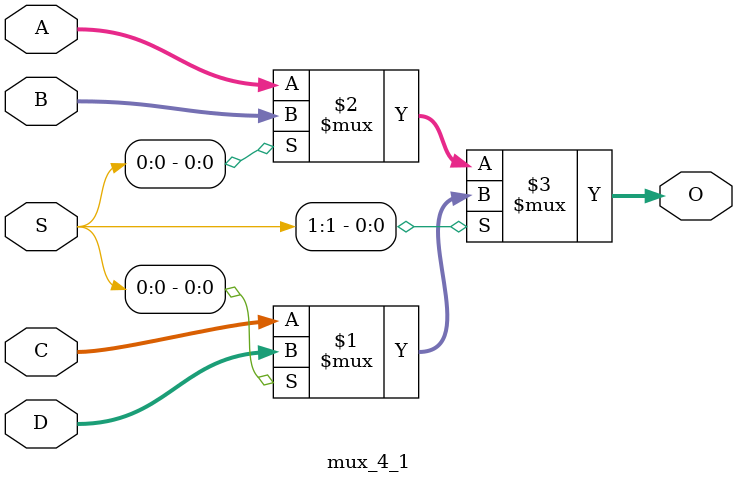
<source format=v>
module mux_4_1(
    input [1:0] S,
    input [3:0] A,
    input [3:0] B,
    input [3:0] C,
    input [3:0] D,
    output [3:0] O
    );
    
    assign O = S[1] ? (S[0] ? D :C) : (S[0] ?B :A);
endmodule
</source>
